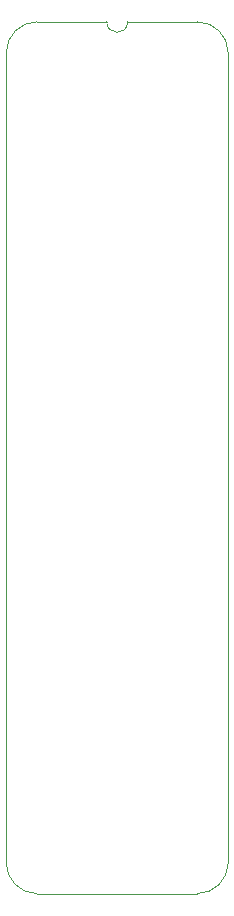
<source format=gm1>
%TF.GenerationSoftware,KiCad,Pcbnew,9.0.5-9.0.5~ubuntu24.04.1*%
%TF.CreationDate,2025-10-17T17:32:52+02:00*%
%TF.ProjectId,HCP65 MPU Address Decode,48435036-3520-44d5-9055-204164647265,V1*%
%TF.SameCoordinates,Original*%
%TF.FileFunction,Profile,NP*%
%FSLAX46Y46*%
G04 Gerber Fmt 4.6, Leading zero omitted, Abs format (unit mm)*
G04 Created by KiCad (PCBNEW 9.0.5-9.0.5~ubuntu24.04.1) date 2025-10-17 17:32:52*
%MOMM*%
%LPD*%
G01*
G04 APERTURE LIST*
%TA.AperFunction,Profile*%
%ADD10C,0.100000*%
%TD*%
G04 APERTURE END LIST*
D10*
%TO.C,J2*%
X-1778000Y-68580000D02*
X-1778000Y0D01*
X6731000Y2616200D02*
X835732Y2613732D01*
X14404267Y2613733D02*
X8509000Y2616200D01*
X14404268Y-71193732D02*
X835733Y-71193733D01*
X17018000Y-68580000D02*
X17017999Y1D01*
X-1778000Y0D02*
G75*
G02*
X835732Y2613732I2613731J1D01*
G01*
X835733Y-71193733D02*
G75*
G02*
X-1778003Y-68580000I-3J2613733D01*
G01*
X8509000Y2616200D02*
G75*
G02*
X6731000Y2616200I-889000J0D01*
G01*
X14404267Y2613733D02*
G75*
G02*
X17018003Y1I3J-2613733D01*
G01*
X17018000Y-68580000D02*
G75*
G02*
X14404268Y-71193730I-2613730J0D01*
G01*
%TD*%
M02*

</source>
